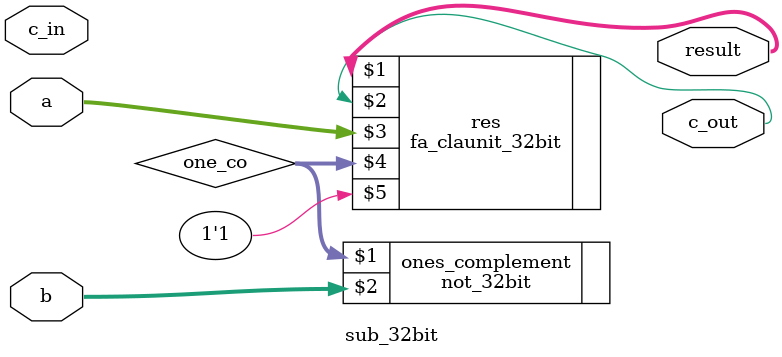
<source format=v>
module sub_32bit (
	output [31:0] result,
	output c_out, 
	input [31:0] a, 
	input [31:0] b, 
	input c_in
);

	wire [31:0] one_co; 
	wire [31:0] two_co;

	not_32bit ones_complement (one_co, b); // not b
	
	fa_claunit_32bit res (result, c_out, a, one_co, 1'b1); // a + (notb +1)
	
	// Instead of c_in, I gave 1
	
endmodule

</source>
